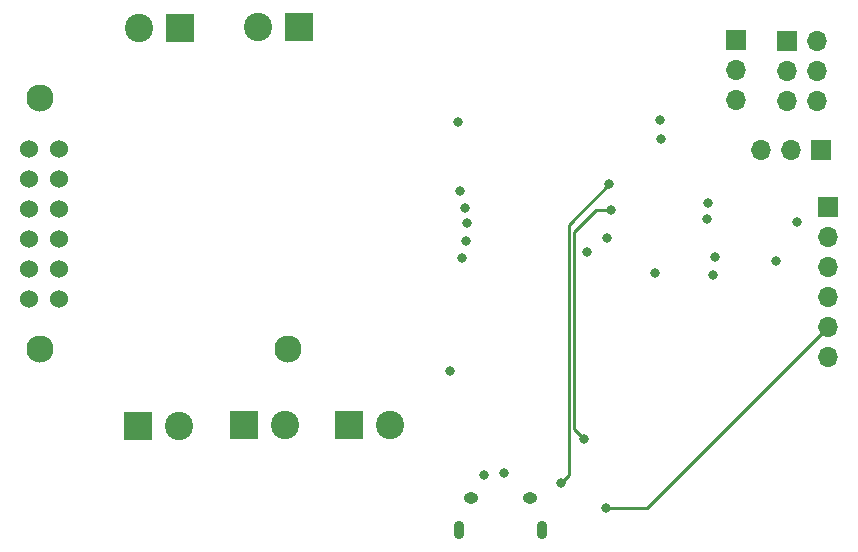
<source format=gbr>
%TF.GenerationSoftware,KiCad,Pcbnew,(6.0.0-0)*%
%TF.CreationDate,2022-09-01T13:13:11-04:00*%
%TF.ProjectId,Dome_Controller,446f6d65-5f43-46f6-9e74-726f6c6c6572,rev?*%
%TF.SameCoordinates,Original*%
%TF.FileFunction,Copper,L2,Inr*%
%TF.FilePolarity,Positive*%
%FSLAX46Y46*%
G04 Gerber Fmt 4.6, Leading zero omitted, Abs format (unit mm)*
G04 Created by KiCad (PCBNEW (6.0.0-0)) date 2022-09-01 13:13:11*
%MOMM*%
%LPD*%
G01*
G04 APERTURE LIST*
%TA.AperFunction,ComponentPad*%
%ADD10R,2.400000X2.400000*%
%TD*%
%TA.AperFunction,ComponentPad*%
%ADD11C,2.400000*%
%TD*%
%TA.AperFunction,ComponentPad*%
%ADD12O,0.890000X1.550000*%
%TD*%
%TA.AperFunction,ComponentPad*%
%ADD13O,1.250000X0.950000*%
%TD*%
%TA.AperFunction,ComponentPad*%
%ADD14R,1.700000X1.700000*%
%TD*%
%TA.AperFunction,ComponentPad*%
%ADD15O,1.700000X1.700000*%
%TD*%
%TA.AperFunction,ComponentPad*%
%ADD16C,1.524000*%
%TD*%
%TA.AperFunction,ComponentPad*%
%ADD17C,2.300000*%
%TD*%
%TA.AperFunction,ViaPad*%
%ADD18C,0.800000*%
%TD*%
%TA.AperFunction,Conductor*%
%ADD19C,0.254000*%
%TD*%
G04 APERTURE END LIST*
D10*
%TO.N,GND*%
%TO.C,J5*%
X87780000Y-66000000D03*
D11*
%TO.N,+12V*%
X84280000Y-66000000D03*
%TD*%
D10*
%TO.N,GND*%
%TO.C,J8*%
X93190000Y-99570000D03*
D11*
%TO.N,+5V*%
X96690000Y-99570000D03*
%TD*%
D12*
%TO.N,unconnected-(J1-Pad6)*%
%TO.C,J1*%
X118400000Y-108450000D03*
D13*
X117400000Y-105750000D03*
X112400000Y-105750000D03*
D12*
X111400000Y-108450000D03*
%TD*%
D10*
%TO.N,GND*%
%TO.C,J9*%
X102060000Y-99570000D03*
D11*
%TO.N,+5V*%
X105560000Y-99570000D03*
%TD*%
D14*
%TO.N,GND*%
%TO.C,J3*%
X139210000Y-67040000D03*
D15*
X141750000Y-67040000D03*
%TO.N,RX_RS*%
X139210000Y-69580000D03*
%TO.N,RX_HP*%
X141750000Y-69580000D03*
%TO.N,TX_RS*%
X139210000Y-72120000D03*
%TO.N,TX_HP*%
X141750000Y-72120000D03*
%TD*%
D14*
%TO.N,GND*%
%TO.C,J2*%
X142610000Y-81150000D03*
D15*
%TO.N,unconnected-(J2-Pad2)*%
X142610000Y-83690000D03*
%TO.N,SCL*%
X142610000Y-86230000D03*
%TO.N,SDA*%
X142610000Y-88770000D03*
%TO.N,+3.3V*%
X142610000Y-91310000D03*
%TO.N,+5V*%
X142610000Y-93850000D03*
%TD*%
D14*
%TO.N,GND*%
%TO.C,J4*%
X142050000Y-76320000D03*
D15*
%TO.N,+5V*%
X139510000Y-76320000D03*
%TO.N,CL_D*%
X136970000Y-76320000D03*
%TD*%
D14*
%TO.N,GND*%
%TO.C,J10*%
X134870000Y-67020000D03*
D15*
%TO.N,RX_FU*%
X134870000Y-69560000D03*
%TO.N,TX_FU*%
X134870000Y-72100000D03*
%TD*%
D10*
%TO.N,GND*%
%TO.C,J7*%
X84230000Y-99650000D03*
D11*
%TO.N,+5V*%
X87730000Y-99650000D03*
%TD*%
D16*
%TO.N,+5V*%
%TO.C,U6*%
X75035000Y-76185000D03*
%TO.N,GND*%
X75035000Y-78725000D03*
X75035000Y-81265000D03*
%TO.N,+12V*%
X75035000Y-83805000D03*
%TO.N,unconnected-(U6-Pad5)*%
X75035000Y-86345000D03*
%TO.N,unconnected-(U6-Pad6)*%
X75035000Y-88885000D03*
%TO.N,unconnected-(U6-Pad7)*%
X77575000Y-88885000D03*
%TO.N,unconnected-(U6-Pad8)*%
X77575000Y-86345000D03*
%TO.N,+12V*%
X77575000Y-83805000D03*
%TO.N,GND*%
X77575000Y-81265000D03*
X77575000Y-78725000D03*
%TO.N,+5V*%
X77575000Y-76185000D03*
D17*
%TO.N,N/C*%
X75965000Y-71935000D03*
X75965000Y-93135000D03*
X96965000Y-93135000D03*
%TD*%
D10*
%TO.N,GND*%
%TO.C,J6*%
X97850000Y-65930000D03*
D11*
%TO.N,+12V*%
X94350000Y-65930000D03*
%TD*%
D18*
%TO.N,RX_FU*%
X111650000Y-85410000D03*
%TO.N,+3.3V*%
X123830000Y-106580000D03*
%TO.N,ST_LED_C*%
X124110000Y-79210000D03*
X120060000Y-104480000D03*
%TO.N,D-*%
X132870000Y-86910000D03*
X113545000Y-103815000D03*
%TO.N,D+*%
X133110000Y-85340000D03*
X115200000Y-103660000D03*
%TO.N,RX_RS*%
X111490000Y-79760000D03*
%TO.N,RX_HP*%
X122220000Y-84920000D03*
%TO.N,TX_RS*%
X111890000Y-81220000D03*
%TO.N,TX_HP*%
X123940000Y-83780000D03*
%TO.N,CL_D*%
X112090000Y-82520000D03*
%TO.N,ST_LED_D*%
X124270000Y-81410000D03*
X122020000Y-100770000D03*
%TO.N,TX_FU*%
X111960000Y-84020000D03*
%TO.N,GPIO0*%
X127970000Y-86730000D03*
X138230000Y-85740000D03*
%TO.N,TXD0*%
X128480000Y-75350000D03*
X132412337Y-82183784D03*
%TO.N,RXD0*%
X132480000Y-80810000D03*
X128400000Y-73720000D03*
%TO.N,RESET*%
X110635000Y-95045000D03*
X111280000Y-73950000D03*
X140055000Y-82385000D03*
%TD*%
D19*
%TO.N,+3.3V*%
X123830000Y-106580000D02*
X127340000Y-106580000D01*
X127340000Y-106580000D02*
X142610000Y-91310000D01*
%TO.N,ST_LED_C*%
X124110000Y-79210000D02*
X120690000Y-82630000D01*
X120690000Y-82630000D02*
X120690000Y-103850000D01*
X120690000Y-103850000D02*
X120060000Y-104480000D01*
%TO.N,ST_LED_D*%
X121143520Y-99893520D02*
X121143520Y-83270000D01*
X123003520Y-81410000D02*
X124270000Y-81410000D01*
X121143520Y-83270000D02*
X123003520Y-81410000D01*
X122020000Y-100770000D02*
X121143520Y-99893520D01*
%TD*%
M02*

</source>
